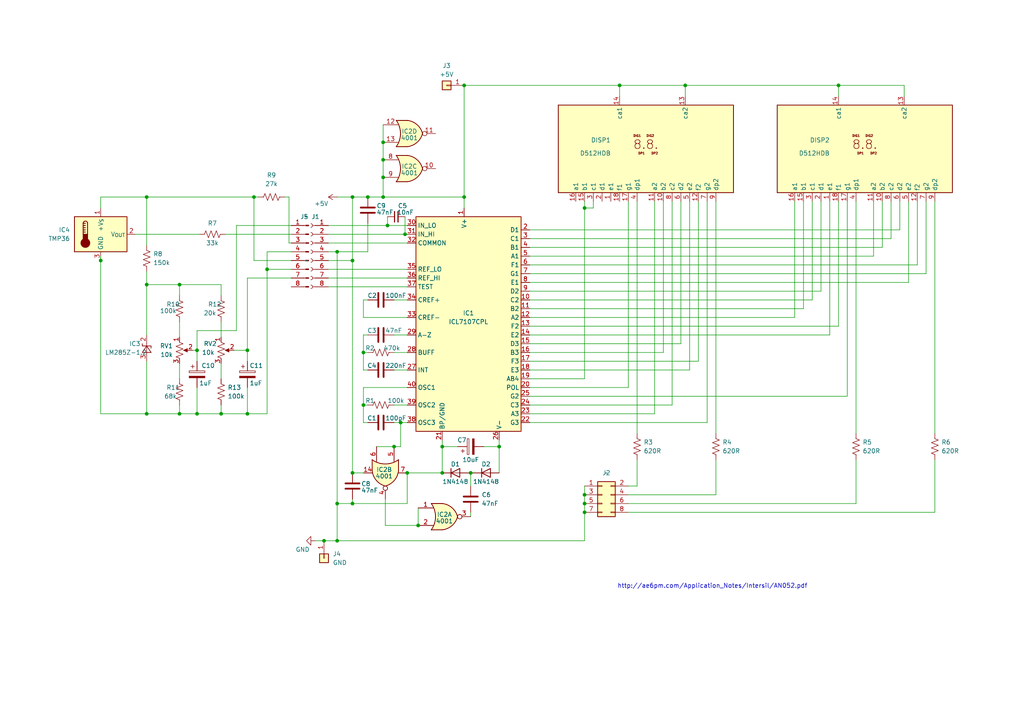
<source format=kicad_sch>
(kicad_sch (version 20230121) (generator eeschema)
  (paper "A4")
  (lib_symbols
    (symbol "4001_1" (pin_names (offset 1.016))
      (property "Reference" "IC2" (at 0 0.635 0))
      (property "Value" "4001" (at 0 -1.27 0))
      (symbol "4001_1_1_1"
        (pin input line (at -7.62 2.54 0) (length 4.318) (name "~") (number "1"))
        (pin input line (at -7.62 -2.54 0) (length 4.318) (name "~") (number "2"))
        (pin output inverted (at 7.62 0 180) (length 3.81) (name "~") (number "3"))
      )
      (symbol "4001_1_1_2"
        (pin input inverted (at -7.62 2.54 0) (length 3.81) (name "~") (number "1"))
        (pin input inverted (at -7.62 -2.54 0) (length 3.81) (name "~") (number "2"))
        (pin output line (at 7.62 0 180) (length 3.81) (name "~") (number "3"))
      )
      (symbol "4001_1_2_1"
        (pin power_in line (at 0 -6.35 90) (length 2.54) (name "") (number "14"))
        (pin output inverted (at 7.62 0 180) (length 3.81) (name "~") (number "4"))
        (pin input line (at -7.62 2.54 0) (length 4.318) (name "~") (number "5"))
        (pin input line (at -7.62 -2.54 0) (length 4.318) (name "~") (number "6"))
        (pin power_in line (at 0 6.35 270) (length 2.54) (name "") (number "7"))
      )
      (symbol "4001_1_2_2"
        (pin output line (at 7.62 0 180) (length 3.81) (name "~") (number "4"))
        (pin input inverted (at -7.62 2.54 0) (length 3.81) (name "~") (number "5"))
        (pin input inverted (at -7.62 -2.54 0) (length 3.81) (name "~") (number "6"))
      )
      (symbol "4001_1_3_1"
        (pin output inverted (at 7.62 0 180) (length 3.81) (name "~") (number "10"))
        (pin input line (at -7.62 2.54 0) (length 4.318) (name "~") (number "8"))
        (pin input line (at -7.62 -2.54 0) (length 4.318) (name "~") (number "9"))
      )
      (symbol "4001_1_3_2"
        (pin output line (at 7.62 0 180) (length 3.81) (name "~") (number "10"))
        (pin input inverted (at -7.62 2.54 0) (length 3.81) (name "~") (number "8"))
        (pin input inverted (at -7.62 -2.54 0) (length 3.81) (name "~") (number "9"))
      )
      (symbol "4001_1_4_1"
        (pin output inverted (at 7.62 0 180) (length 3.81) (name "~") (number "11"))
        (pin input line (at -7.62 2.54 0) (length 4.318) (name "~") (number "12"))
        (pin input line (at -7.62 -2.54 0) (length 4.318) (name "~") (number "13"))
      )
      (symbol "4001_1_4_2"
        (pin output line (at 7.62 0 180) (length 3.81) (name "~") (number "11"))
        (pin input inverted (at -7.62 2.54 0) (length 3.81) (name "~") (number "12"))
        (pin input inverted (at -7.62 -2.54 0) (length 3.81) (name "~") (number "13"))
      )
      (symbol "4001_1_5_0"
        (pin power_in line (at 0 12.7 270) (length 5.08) (name "VDD") (number "14"))
        (pin power_in line (at 0 -12.7 90) (length 5.08) (name "VSS") (number "7"))
      )
    )
    (symbol "4001_2" (pin_names (offset 1.016))
      (property "Reference" "U" (at 0 1.27 0))
      (property "Value" "4001" (at 0 -1.27 0))
      (symbol "4001_2_1_1"
        (pin input line (at -7.62 2.54 0) (length 4.318) (name "~") (number "1"))
        (pin input line (at -7.62 -2.54 0) (length 4.318) (name "~") (number "2"))
        (pin output inverted (at 7.62 0 180) (length 3.81) (name "~") (number "3"))
      )
      (symbol "4001_2_1_2"
        (pin input inverted (at -7.62 2.54 0) (length 3.81) (name "~") (number "1"))
        (pin input inverted (at -7.62 -2.54 0) (length 3.81) (name "~") (number "2"))
        (pin output line (at 7.62 0 180) (length 3.81) (name "~") (number "3"))
      )
      (symbol "4001_2_2_1"
        (pin output inverted (at 7.62 0 180) (length 3.81) (name "~") (number "4"))
        (pin input line (at -7.62 2.54 0) (length 4.318) (name "~") (number "5"))
        (pin input line (at -7.62 -2.54 0) (length 4.318) (name "~") (number "6"))
      )
      (symbol "4001_2_2_2"
        (pin output line (at 7.62 0 180) (length 3.81) (name "~") (number "4"))
        (pin input inverted (at -7.62 2.54 0) (length 3.81) (name "~") (number "5"))
        (pin input inverted (at -7.62 -2.54 0) (length 3.81) (name "~") (number "6"))
      )
      (symbol "4001_2_3_1"
        (pin output inverted (at 7.62 0 180) (length 3.81) (name "~") (number "10"))
        (pin input line (at -7.62 2.54 0) (length 4.318) (name "~") (number "8"))
        (pin input line (at -7.62 -2.54 0) (length 4.318) (name "~") (number "9"))
      )
      (symbol "4001_2_3_2"
        (pin output line (at 7.62 0 180) (length 3.81) (name "~") (number "10"))
        (pin input inverted (at -7.62 2.54 0) (length 3.81) (name "~") (number "8"))
        (pin input inverted (at -7.62 -2.54 0) (length 3.81) (name "~") (number "9"))
      )
      (symbol "4001_2_4_1"
        (pin output inverted (at 7.62 0 180) (length 3.81) (name "~") (number "11"))
        (pin input line (at -7.62 2.54 0) (length 4.318) (name "~") (number "12"))
        (pin input line (at -7.62 -2.54 0) (length 4.318) (name "~") (number "13"))
      )
      (symbol "4001_2_4_2"
        (pin output line (at 7.62 0 180) (length 3.81) (name "~") (number "11"))
        (pin input inverted (at -7.62 2.54 0) (length 3.81) (name "~") (number "12"))
        (pin input inverted (at -7.62 -2.54 0) (length 3.81) (name "~") (number "13"))
      )
      (symbol "4001_2_5_0"
        (pin power_in line (at 0 12.7 270) (length 5.08) (name "VDD") (number "14"))
        (pin power_in line (at 0 -12.7 90) (length 5.08) (name "VSS") (number "7"))
      )
    )
    (symbol "4xxx:4001" (pin_names (offset 1.016))
      (property "Reference" "IC2" (at 0 0.635 0))
      (property "Value" "4001" (at 0 -1.27 0))
      (symbol "4001_1_1"
        (pin input line (at -7.62 2.54 0) (length 4.318) (name "~") (number "1"))
        (pin input line (at -7.62 -2.54 0) (length 4.318) (name "~") (number "2"))
        (pin output inverted (at 7.62 0 180) (length 3.81) (name "~") (number "3"))
      )
      (symbol "4001_1_2"
        (pin input inverted (at -7.62 2.54 0) (length 3.81) (name "~") (number "1"))
        (pin input inverted (at -7.62 -2.54 0) (length 3.81) (name "~") (number "2"))
        (pin output line (at 7.62 0 180) (length 3.81) (name "~") (number "3"))
      )
      (symbol "4001_2_1"
        (pin power_in line (at 0 -6.35 90) (length 2.54) (name "") (number "14"))
        (pin output inverted (at 7.62 0 180) (length 3.81) (name "~") (number "4"))
        (pin input line (at -7.62 2.54 0) (length 4.318) (name "~") (number "5"))
        (pin input line (at -7.62 -2.54 0) (length 4.318) (name "~") (number "6"))
        (pin power_in line (at 0 6.35 270) (length 2.54) (name "") (number "7"))
      )
      (symbol "4001_2_2"
        (pin output line (at 7.62 0 180) (length 3.81) (name "~") (number "4"))
        (pin input inverted (at -7.62 2.54 0) (length 3.81) (name "~") (number "5"))
        (pin input inverted (at -7.62 -2.54 0) (length 3.81) (name "~") (number "6"))
      )
      (symbol "4001_3_1"
        (pin output inverted (at 7.62 0 180) (length 3.81) (name "~") (number "10"))
        (pin input line (at -7.62 2.54 0) (length 4.318) (name "~") (number "8"))
        (pin input line (at -7.62 -2.54 0) (length 4.318) (name "~") (number "9"))
      )
      (symbol "4001_3_2"
        (pin output line (at 7.62 0 180) (length 3.81) (name "~") (number "10"))
        (pin input inverted (at -7.62 2.54 0) (length 3.81) (name "~") (number "8"))
        (pin input inverted (at -7.62 -2.54 0) (length 3.81) (name "~") (number "9"))
      )
      (symbol "4001_4_1"
        (pin output inverted (at 7.62 0 180) (length 3.81) (name "~") (number "11"))
        (pin input line (at -7.62 2.54 0) (length 4.318) (name "~") (number "12"))
        (pin input line (at -7.62 -2.54 0) (length 4.318) (name "~") (number "13"))
      )
      (symbol "4001_4_2"
        (pin output line (at 7.62 0 180) (length 3.81) (name "~") (number "11"))
        (pin input inverted (at -7.62 2.54 0) (length 3.81) (name "~") (number "12"))
        (pin input inverted (at -7.62 -2.54 0) (length 3.81) (name "~") (number "13"))
      )
      (symbol "4001_5_0"
        (pin power_in line (at 0 12.7 270) (length 5.08) (name "VDD") (number "14"))
        (pin power_in line (at 0 -12.7 90) (length 5.08) (name "VSS") (number "7"))
      )
    )
    (symbol "Analog_ADC:ICL7107CPL"
      (property "Reference" "IC1" (at -2.54 3.81 0))
      (property "Value" "ICL7107CPL" (at -2.54 1.27 0))
      (symbol "ICL7107CPL_1_1"
        (pin power_in line (at -1.27 34.29 270) (length 2.54) (name "V+") (number "1"))
        (pin output line (at -20.32 7.62 0) (length 2.54) (name "C2") (number "10"))
        (pin output line (at -20.32 5.08 0) (length 2.54) (name "B2") (number "11"))
        (pin output line (at -20.32 2.54 0) (length 2.54) (name "A2") (number "12"))
        (pin output line (at -20.32 0 0) (length 2.54) (name "F2") (number "13"))
        (pin output line (at -20.32 -2.54 0) (length 2.54) (name "E2") (number "14"))
        (pin output line (at -20.32 -5.08 0) (length 2.54) (name "D3") (number "15"))
        (pin output line (at -20.32 -7.62 0) (length 2.54) (name "B3") (number "16"))
        (pin output line (at -20.32 -10.16 0) (length 2.54) (name "F3") (number "17"))
        (pin output line (at -20.32 -12.7 0) (length 2.54) (name "E3") (number "18"))
        (pin output line (at -20.32 -15.24 0) (length 2.54) (name "AB4") (number "19"))
        (pin output line (at -20.32 27.94 0) (length 2.54) (name "D1") (number "2"))
        (pin output line (at -20.32 -17.78 0) (length 2.54) (name "POL") (number "20"))
        (pin bidirectional line (at 5.08 -33.02 90) (length 2.54) (name "BP/GND") (number "21"))
        (pin output line (at -20.32 -27.94 0) (length 2.54) (name "G3") (number "22"))
        (pin output line (at -20.32 -25.4 0) (length 2.54) (name "A3") (number "23"))
        (pin output line (at -20.32 -22.86 0) (length 2.54) (name "C3") (number "24"))
        (pin output line (at -20.32 -20.32 0) (length 2.54) (name "G2") (number "25"))
        (pin power_in line (at -11.43 -33.02 90) (length 2.54) (name "V-") (number "26"))
        (pin passive line (at 15.24 -12.7 180) (length 2.54) (name "INT") (number "27"))
        (pin output line (at 15.24 -7.62 180) (length 2.54) (name "BUFF") (number "28"))
        (pin passive line (at 15.24 -2.54 180) (length 2.54) (name "A-Z") (number "29"))
        (pin output line (at -20.32 25.4 0) (length 2.54) (name "C1") (number "3"))
        (pin input line (at 15.24 29.21 180) (length 2.54) (name "IN_LO") (number "30"))
        (pin input line (at 15.24 26.67 180) (length 2.54) (name "IN_HI") (number "31"))
        (pin output line (at 15.24 24.13 180) (length 2.54) (name "COMMON") (number "32"))
        (pin passive line (at 15.24 2.54 180) (length 2.54) (name "CREF-") (number "33"))
        (pin passive line (at 15.24 7.62 180) (length 2.54) (name "CREF+") (number "34"))
        (pin passive line (at 15.24 16.51 180) (length 2.54) (name "REF_LO") (number "35"))
        (pin passive line (at 15.24 13.97 180) (length 2.54) (name "REF_HI") (number "36"))
        (pin passive line (at 15.24 11.43 180) (length 2.54) (name "TEST") (number "37"))
        (pin passive line (at 15.24 -27.94 180) (length 2.54) (name "OSC3") (number "38"))
        (pin passive line (at 15.24 -22.86 180) (length 2.54) (name "OSC2") (number "39"))
        (pin output line (at -20.32 22.86 0) (length 2.54) (name "B1") (number "4"))
        (pin passive line (at 15.24 -17.78 180) (length 2.54) (name "OSC1") (number "40"))
        (pin output line (at -20.32 20.32 0) (length 2.54) (name "A1") (number "5"))
        (pin output line (at -20.32 17.78 0) (length 2.54) (name "F1") (number "6"))
        (pin output line (at -20.32 15.24 0) (length 2.54) (name "G1") (number "7"))
        (pin output line (at -20.32 12.7 0) (length 2.54) (name "E1") (number "8"))
        (pin output line (at -20.32 10.16 0) (length 2.54) (name "D2") (number "9"))
      )
    )
    (symbol "Connector:Conn_01x08_Pin" (pin_names (offset 1.016) hide)
      (property "Reference" "J" (at 0 10.16 0))
      (property "Value" "Conn_01x08_Pin" (at 0 -12.7 0))
      (symbol "Conn_01x08_Pin_1_1"
        (pin passive line (at 5.08 7.62 180) (length 3.81) (name "Pin_1") (number "1"))
        (pin passive line (at 5.08 5.08 180) (length 3.81) (name "Pin_2") (number "2"))
        (pin passive line (at 5.08 2.54 180) (length 3.81) (name "Pin_3") (number "3"))
        (pin passive line (at 5.08 0 180) (length 3.81) (name "Pin_4") (number "4"))
        (pin passive line (at 5.08 -2.54 180) (length 3.81) (name "Pin_5") (number "5"))
        (pin passive line (at 5.08 -5.08 180) (length 3.81) (name "Pin_6") (number "6"))
        (pin passive line (at 5.08 -7.62 180) (length 3.81) (name "Pin_7") (number "7"))
        (pin passive line (at 5.08 -10.16 180) (length 3.81) (name "Pin_8") (number "8"))
      )
    )
    (symbol "Connector:Conn_01x08_Socket" (pin_names (offset 1.016) hide)
      (property "Reference" "J" (at 0 10.16 0))
      (property "Value" "Conn_01x08_Socket" (at 0 -12.7 0))
      (symbol "Conn_01x08_Socket_1_1"
        (pin passive line (at -5.08 7.62 0) (length 3.81) (name "Pin_1") (number "1"))
        (pin passive line (at -5.08 5.08 0) (length 3.81) (name "Pin_2") (number "2"))
        (pin passive line (at -5.08 2.54 0) (length 3.81) (name "Pin_3") (number "3"))
        (pin passive line (at -5.08 0 0) (length 3.81) (name "Pin_4") (number "4"))
        (pin passive line (at -5.08 -2.54 0) (length 3.81) (name "Pin_5") (number "5"))
        (pin passive line (at -5.08 -5.08 0) (length 3.81) (name "Pin_6") (number "6"))
        (pin passive line (at -5.08 -7.62 0) (length 3.81) (name "Pin_7") (number "7"))
        (pin passive line (at -5.08 -10.16 0) (length 3.81) (name "Pin_8") (number "8"))
      )
    )
    (symbol "Connector_Generic:Conn_01x01" (pin_names (offset 1.016) hide)
      (property "Reference" "J" (at 0 2.54 0))
      (property "Value" "Conn_01x01" (at 0 -2.54 0))
      (symbol "Conn_01x01_1_1"
        (pin passive line (at -5.08 0 0) (length 3.81) (name "Pin_1") (number "1"))
      )
    )
    (symbol "Connector_Generic:Conn_02x04_Odd_Even" (pin_names (offset 1.016) hide)
      (property "Reference" "J" (at 1.27 5.08 0))
      (property "Value" "Conn_02x04_Odd_Even" (at 1.27 -7.62 0))
      (symbol "Conn_02x04_Odd_Even_1_1"
        (pin passive line (at -5.08 2.54 0) (length 3.81) (name "Pin_1") (number "1"))
        (pin passive line (at 7.62 2.54 180) (length 3.81) (name "Pin_2") (number "2"))
        (pin passive line (at -5.08 0 0) (length 3.81) (name "Pin_3") (number "3"))
        (pin passive line (at 7.62 0 180) (length 3.81) (name "Pin_4") (number "4"))
        (pin passive line (at -5.08 -2.54 0) (length 3.81) (name "Pin_5") (number "5"))
        (pin passive line (at 7.62 -2.54 180) (length 3.81) (name "Pin_6") (number "6"))
        (pin passive line (at -5.08 -5.08 0) (length 3.81) (name "Pin_7") (number "7"))
        (pin passive line (at 7.62 -5.08 180) (length 3.81) (name "Pin_8") (number "8"))
      )
    )
    (symbol "Device:C" (pin_numbers hide) (pin_names (offset 0.254))
      (property "Reference" "C" (at 0.635 2.54 0))
      (property "Value" "C" (at 0.635 -2.54 0))
      (symbol "C_1_1"
        (pin passive line (at 0 3.81 270) (length 2.794) (name "~") (number "1"))
        (pin passive line (at 0 -3.81 90) (length 2.794) (name "~") (number "2"))
      )
    )
    (symbol "Device:C_Polarized" (pin_numbers hide) (pin_names (offset 0.254))
      (property "Reference" "C" (at 0.635 2.54 0))
      (property "Value" "C_Polarized" (at 0.635 -2.54 0))
      (symbol "C_Polarized_1_1"
        (pin passive line (at 0 3.81 270) (length 2.794) (name "~") (number "1"))
        (pin passive line (at 0 -3.81 90) (length 2.794) (name "~") (number "2"))
      )
    )
    (symbol "Device:C_Small" (pin_numbers hide) (pin_names (offset 0.254) hide)
      (property "Reference" "C" (at 0.254 1.778 0))
      (property "Value" "C_Small" (at 0.254 -2.032 0))
      (symbol "C_Small_1_1"
        (pin passive line (at 0 2.54 270) (length 2.032) (name "~") (number "1"))
        (pin passive line (at 0 -2.54 90) (length 2.032) (name "~") (number "2"))
      )
    )
    (symbol "Device:D" (pin_numbers hide) (pin_names (offset 1.016) hide)
      (property "Reference" "D" (at 0 2.54 0))
      (property "Value" "D" (at 0 -2.54 0))
      (symbol "D_1_1"
        (pin passive line (at -3.81 0 0) (length 2.54) (name "K") (number "1"))
        (pin passive line (at 3.81 0 180) (length 2.54) (name "A") (number "2"))
      )
    )
    (symbol "Device:R_Potentiometer_US" (pin_names (offset 1.016) hide)
      (property "Reference" "RV" (at -4.445 0 90))
      (property "Value" "R_Potentiometer_US" (at -2.54 0 90))
      (symbol "R_Potentiometer_US_1_1"
        (pin passive line (at 0 3.81 270) (length 1.27) (name "1") (number "1"))
        (pin passive line (at 3.81 0 180) (length 1.27) (name "2") (number "2"))
        (pin passive line (at 0 -3.81 90) (length 1.27) (name "3") (number "3"))
      )
    )
    (symbol "Device:R_US" (pin_numbers hide) (pin_names (offset 0))
      (property "Reference" "R" (at 2.54 0 90))
      (property "Value" "R_US" (at -2.54 0 90))
      (symbol "R_US_1_1"
        (pin passive line (at 0 3.81 270) (length 1.27) (name "~") (number "1"))
        (pin passive line (at 0 -3.81 90) (length 1.27) (name "~") (number "2"))
      )
    )
    (symbol "Display_Character:DA56-11EWA"
      (property "Reference" "U1" (at 1.27 -13.97 90))
      (property "Value" "DA56-11EWA" (at -2.54 -13.97 90))
      (symbol "DA56-11EWA_0_0"
        (text "8.8." (at 0 1.27 0) (effects (font (size 2.54 2.54))))
        (text "DIG1" (at -2.54 3.81 0) (effects (font (size 0.635 0.635))))
        (text "DIG2" (at 1.27 3.81 0) (effects (font (size 0.635 0.635))))
        (text "DP1" (at -1.27 -1.27 0) (effects (font (size 0.635 0.635))))
        (text "DP2" (at 2.54 -1.27 0) (effects (font (size 0.635 0.635))))
      )
      (symbol "DA56-11EWA_1_1"
        (pin input line (at -10.16 -15.24 90) (length 2.54) (name "e1") (number "1"))
        (pin input line (at 5.08 -15.24 90) (length 2.54) (name "b2") (number "10"))
        (pin input line (at 2.54 -15.24 90) (length 2.54) (name "a2") (number "11"))
        (pin input line (at 15.24 -15.24 90) (length 2.54) (name "f2") (number "12"))
        (pin input line (at 11.43 15.24 270) (length 2.54) (name "ca2") (number "13"))
        (pin input line (at -7.62 15.24 270) (length 2.54) (name "ca1") (number "14"))
        (pin input line (at -17.78 -15.24 90) (length 2.54) (name "b1") (number "15"))
        (pin input line (at -20.32 -15.24 90) (length 2.54) (name "a1") (number "16"))
        (pin input line (at -5.08 -15.24 90) (length 2.54) (name "g1") (number "17"))
        (pin input line (at -7.62 -15.24 90) (length 2.54) (name "f1") (number "18"))
        (pin input line (at -12.7 -15.24 90) (length 2.54) (name "d1") (number "2"))
        (pin input line (at -15.24 -15.24 90) (length 2.54) (name "c1") (number "3"))
        (pin input line (at -2.54 -15.24 90) (length 2.54) (name "dp1") (number "4"))
        (pin input line (at 12.7 -15.24 90) (length 2.54) (name "e2") (number "5"))
        (pin input line (at 10.16 -15.24 90) (length 2.54) (name "d2") (number "6"))
        (pin input line (at 17.78 -15.24 90) (length 2.54) (name "g2") (number "7"))
        (pin input line (at 7.62 -15.24 90) (length 2.54) (name "c2") (number "8"))
        (pin input line (at 20.32 -15.24 90) (length 2.54) (name "dp2") (number "9"))
      )
    )
    (symbol "Reference_Voltage:LM285Z-1.2" (pin_names (offset 0.0254) hide)
      (property "Reference" "U" (at 0 2.54 0))
      (property "Value" "LM285Z-1.2" (at 0 -3.175 0))
      (symbol "LM285Z-1.2_1_1"
        (pin passive line (at 3.81 0 180) (length 2.54) (name "K") (number "2"))
        (pin passive line (at -3.81 0 0) (length 2.54) (name "A") (number "3"))
      )
    )
    (symbol "Sensor_Temperature:LM35-LP"
      (property "Reference" "U" (at -6.35 6.35 0))
      (property "Value" "LM35-LP" (at 1.27 6.35 0))
      (symbol "LM35-LP_1_1"
        (pin power_in line (at 0 7.62 270) (length 2.54) (name "+V_{S}") (number "1"))
        (pin output line (at 10.16 0 180) (length 2.54) (name "V_{OUT}") (number "2"))
        (pin power_in line (at 0 -7.62 90) (length 2.54) (name "GND") (number "3"))
      )
    )
    (symbol "power:+5V" (power) (pin_names (offset 0))
      (property "Value" "+5V" (at 0 3.556 0))
      (symbol "+5V_1_1"
        (pin power_in line (at 0 0 90) (length 0) hide (name "+5V") (number "1"))
      )
    )
    (symbol "power:GND" (power) (pin_names (offset 0))
      (property "Value" "GND" (at 0 -3.81 0))
      (symbol "GND_1_1"
        (pin power_in line (at 0 0 270) (length 0) hide (name "GND") (number "1"))
      )
    )
  )
  (junction (at 179.705 24.765))
  (junction (at 114.3 129.54))
  (junction (at 105.41 117.475))
  (junction (at 118.11 137.16))
  (junction (at 97.79 146.05))
  (junction (at 102.235 146.05))
  (junction (at 136.525 137.16))
  (junction (at 134.62 57.15))
  (junction (at 106.68 57.15))
  (junction (at 52.07 120.015))
  (junction (at 134.62 24.765))
  (junction (at 42.545 120.015))
  (junction (at 93.98 156.845))
  (junction (at 102.235 75.565))
  (junction (at 71.755 120.015))
  (junction (at 198.755 24.765))
  (junction (at 29.21 75.565))
  (junction (at 128.27 137.16))
  (junction (at 111.125 57.15))
  (junction (at 169.545 146.05))
  (junction (at 71.755 101.6))
  (junction (at 73.66 57.15))
  (junction (at 111.125 46.355))
  (junction (at 243.205 24.765))
  (junction (at 169.545 60.325))
  (junction (at 111.125 51.435))
  (junction (at 102.235 57.15))
  (junction (at 52.07 82.55))
  (junction (at 121.285 152.4))
  (junction (at 42.545 57.15))
  (junction (at 77.47 78.105))
  (junction (at 117.475 67.945))
  (junction (at 57.15 101.6))
  (junction (at 116.205 122.555))
  (junction (at 105.41 102.235))
  (junction (at 64.135 120.015))
  (junction (at 112.395 65.405))
  (junction (at 97.79 156.845))
  (junction (at 111.125 41.275))
  (junction (at 42.545 82.55))
  (junction (at 97.79 73.025))
  (junction (at 57.15 120.015))
  (junction (at 102.235 137.16))
  (junction (at 144.78 129.54))
  (junction (at 169.545 143.51))
  (junction (at 128.27 129.54))
  (junction (at 169.545 148.59))
  (wire (pts (xy 84.455 75.565) (xy 73.66 75.565)))
  (wire (pts (xy 111.76 152.4) (xy 121.285 152.4)))
  (wire (pts (xy 153.67 94.615) (xy 243.205 94.615)))
  (wire (pts (xy 105.41 122.555) (xy 106.68 122.555)))
  (wire (pts (xy 263.525 58.42) (xy 263.525 81.915)))
  (wire (pts (xy 42.545 104.775) (xy 42.545 120.015)))
  (wire (pts (xy 42.545 57.15) (xy 73.66 57.15)))
  (wire (pts (xy 184.785 58.42) (xy 184.785 125.73)))
  (wire (pts (xy 169.545 148.59) (xy 169.545 156.845)))
  (wire (pts (xy 240.665 97.155) (xy 240.665 58.42)))
  (wire (pts (xy 179.705 24.765) (xy 198.755 24.765)))
  (wire (pts (xy 102.235 144.78) (xy 102.235 146.05)))
  (wire (pts (xy 67.945 101.6) (xy 71.755 101.6)))
  (wire (pts (xy 102.235 146.05) (xy 118.11 146.05)))
  (wire (pts (xy 52.07 120.015) (xy 57.15 120.015)))
  (wire (pts (xy 84.455 70.485) (xy 83.82 70.485)))
  (wire (pts (xy 105.41 122.555) (xy 105.41 117.475)))
  (wire (pts (xy 153.67 97.155) (xy 240.665 97.155)))
  (wire (pts (xy 114.3 102.235) (xy 118.11 102.235)))
  (wire (pts (xy 243.205 94.615) (xy 243.205 58.42)))
  (wire (pts (xy 134.62 24.765) (xy 134.62 57.15)))
  (wire (pts (xy 102.235 57.15) (xy 106.68 57.15)))
  (wire (pts (xy 105.41 117.475) (xy 105.41 112.395)))
  (wire (pts (xy 153.67 92.075) (xy 230.505 92.075)))
  (wire (pts (xy 182.245 140.97) (xy 184.785 140.97)))
  (wire (pts (xy 117.475 67.945) (xy 118.11 67.945)))
  (wire (pts (xy 64.135 105.41) (xy 64.135 109.855)))
  (wire (pts (xy 97.79 73.025) (xy 97.79 146.05)))
  (wire (pts (xy 65.405 67.945) (xy 84.455 67.945)))
  (wire (pts (xy 106.68 57.15) (xy 111.125 57.15)))
  (wire (pts (xy 153.67 109.855) (xy 169.545 109.855)))
  (wire (pts (xy 97.79 156.845) (xy 97.79 146.05)))
  (wire (pts (xy 271.145 58.42) (xy 271.145 125.73)))
  (wire (pts (xy 71.755 112.395) (xy 71.755 120.015)))
  (wire (pts (xy 77.47 73.025) (xy 77.47 78.105)))
  (wire (pts (xy 102.235 75.565) (xy 102.235 57.15)))
  (wire (pts (xy 200.025 107.315) (xy 200.025 58.42)))
  (wire (pts (xy 121.285 152.4) (xy 121.285 147.32)))
  (wire (pts (xy 68.58 65.405) (xy 84.455 65.405)))
  (wire (pts (xy 105.41 97.155) (xy 106.68 97.155)))
  (wire (pts (xy 29.21 74.295) (xy 29.21 75.565)))
  (wire (pts (xy 95.25 80.645) (xy 118.11 80.645)))
  (wire (pts (xy 105.41 107.315) (xy 105.41 102.235)))
  (wire (pts (xy 95.25 67.945) (xy 117.475 67.945)))
  (wire (pts (xy 248.285 146.05) (xy 248.285 133.35)))
  (wire (pts (xy 205.105 122.555) (xy 205.105 58.42)))
  (wire (pts (xy 57.15 112.395) (xy 57.15 120.015)))
  (wire (pts (xy 105.41 117.475) (xy 106.68 117.475)))
  (wire (pts (xy 111.125 51.435) (xy 111.125 57.15)))
  (wire (pts (xy 73.66 75.565) (xy 73.66 57.15)))
  (wire (pts (xy 128.27 137.16) (xy 128.27 129.54)))
  (wire (pts (xy 105.41 137.16) (xy 102.235 137.16)))
  (wire (pts (xy 262.255 24.765) (xy 262.255 27.94)))
  (wire (pts (xy 109.22 129.54) (xy 114.3 129.54)))
  (wire (pts (xy 83.82 57.15) (xy 82.55 57.15)))
  (wire (pts (xy 260.985 66.675) (xy 260.985 58.42)))
  (wire (pts (xy 29.21 57.15) (xy 29.21 60.325)))
  (wire (pts (xy 235.585 86.995) (xy 235.585 58.42)))
  (wire (pts (xy 105.41 102.235) (xy 106.68 102.235)))
  (wire (pts (xy 184.785 133.35) (xy 184.785 140.97)))
  (wire (pts (xy 140.335 129.54) (xy 144.78 129.54)))
  (wire (pts (xy 106.68 73.025) (xy 97.79 73.025)))
  (wire (pts (xy 71.755 120.015) (xy 77.47 120.015)))
  (wire (pts (xy 112.395 65.405) (xy 118.11 65.405)))
  (wire (pts (xy 111.125 57.15) (xy 134.62 57.15)))
  (wire (pts (xy 243.205 24.765) (xy 262.255 24.765)))
  (wire (pts (xy 245.745 114.935) (xy 245.745 58.42)))
  (wire (pts (xy 95.25 75.565) (xy 102.235 75.565)))
  (wire (pts (xy 114.3 107.315) (xy 118.11 107.315)))
  (wire (pts (xy 29.21 75.565) (xy 29.21 120.015)))
  (wire (pts (xy 268.605 79.375) (xy 268.605 58.42)))
  (wire (pts (xy 77.47 73.025) (xy 84.455 73.025)))
  (wire (pts (xy 29.21 57.15) (xy 42.545 57.15)))
  (wire (pts (xy 230.505 92.075) (xy 230.505 58.42)))
  (wire (pts (xy 118.11 92.075) (xy 105.41 92.075)))
  (wire (pts (xy 182.245 146.05) (xy 248.285 146.05)))
  (wire (pts (xy 248.285 58.42) (xy 248.285 125.73)))
  (wire (pts (xy 169.545 146.05) (xy 169.545 148.59)))
  (wire (pts (xy 95.25 65.405) (xy 112.395 65.405)))
  (wire (pts (xy 106.68 107.315) (xy 105.41 107.315)))
  (wire (pts (xy 153.67 104.775) (xy 202.565 104.775)))
  (wire (pts (xy 52.07 105.41) (xy 52.07 109.855)))
  (wire (pts (xy 105.41 112.395) (xy 118.11 112.395)))
  (wire (pts (xy 153.67 66.675) (xy 260.985 66.675)))
  (wire (pts (xy 202.565 104.775) (xy 202.565 58.42)))
  (wire (pts (xy 134.62 24.765) (xy 179.705 24.765)))
  (wire (pts (xy 153.67 76.835) (xy 266.065 76.835)))
  (wire (pts (xy 169.545 60.325) (xy 169.545 58.42)))
  (wire (pts (xy 136.525 137.16) (xy 137.16 137.16)))
  (wire (pts (xy 144.78 127.635) (xy 144.78 129.54)))
  (wire (pts (xy 255.905 58.42) (xy 255.905 71.755)))
  (wire (pts (xy 144.78 129.54) (xy 144.78 137.16)))
  (wire (pts (xy 118.11 146.05) (xy 118.11 137.16)))
  (wire (pts (xy 253.365 74.295) (xy 253.365 58.42)))
  (wire (pts (xy 105.41 86.995) (xy 106.68 86.995)))
  (wire (pts (xy 105.41 102.235) (xy 105.41 97.155)))
  (wire (pts (xy 71.755 101.6) (xy 71.755 104.775)))
  (wire (pts (xy 172.085 60.325) (xy 169.545 60.325)))
  (wire (pts (xy 169.545 109.855) (xy 169.545 60.325)))
  (wire (pts (xy 238.125 58.42) (xy 238.125 84.455)))
  (wire (pts (xy 153.67 122.555) (xy 205.105 122.555)))
  (wire (pts (xy 258.445 69.215) (xy 258.445 58.42)))
  (wire (pts (xy 95.25 83.185) (xy 118.11 83.185)))
  (wire (pts (xy 93.98 156.845) (xy 97.79 156.845)))
  (wire (pts (xy 194.945 117.475) (xy 194.945 58.42)))
  (wire (pts (xy 64.135 120.015) (xy 71.755 120.015)))
  (wire (pts (xy 134.62 57.15) (xy 134.62 60.325)))
  (wire (pts (xy 153.67 71.755) (xy 255.905 71.755)))
  (wire (pts (xy 135.89 137.16) (xy 136.525 137.16)))
  (wire (pts (xy 153.67 120.015) (xy 189.865 120.015)))
  (wire (pts (xy 114.3 122.555) (xy 116.205 122.555)))
  (wire (pts (xy 114.3 117.475) (xy 118.11 117.475)))
  (wire (pts (xy 42.545 120.015) (xy 52.07 120.015)))
  (wire (pts (xy 71.755 80.645) (xy 71.755 101.6)))
  (wire (pts (xy 153.67 99.695) (xy 197.485 99.695)))
  (wire (pts (xy 153.67 79.375) (xy 268.605 79.375)))
  (wire (pts (xy 111.125 41.275) (xy 111.125 46.355)))
  (wire (pts (xy 64.135 93.345) (xy 64.135 97.79)))
  (wire (pts (xy 95.25 78.105) (xy 118.11 78.105)))
  (wire (pts (xy 52.07 82.55) (xy 64.135 82.55)))
  (wire (pts (xy 189.865 120.015) (xy 189.865 58.42)))
  (wire (pts (xy 97.79 156.845) (xy 169.545 156.845)))
  (wire (pts (xy 172.085 58.42) (xy 172.085 60.325)))
  (wire (pts (xy 207.645 58.42) (xy 207.645 125.73)))
  (wire (pts (xy 153.67 84.455) (xy 238.125 84.455)))
  (wire (pts (xy 153.67 112.395) (xy 182.245 112.395)))
  (wire (pts (xy 153.67 81.915) (xy 263.525 81.915)))
  (wire (pts (xy 114.3 86.995) (xy 118.11 86.995)))
  (wire (pts (xy 153.67 86.995) (xy 235.585 86.995)))
  (wire (pts (xy 136.525 137.16) (xy 136.525 140.97)))
  (wire (pts (xy 77.47 78.105) (xy 84.455 78.105)))
  (wire (pts (xy 83.82 70.485) (xy 83.82 57.15)))
  (wire (pts (xy 192.405 102.235) (xy 192.405 58.42)))
  (wire (pts (xy 243.205 24.765) (xy 243.205 27.94)))
  (wire (pts (xy 57.15 120.015) (xy 64.135 120.015)))
  (wire (pts (xy 52.07 117.475) (xy 52.07 120.015)))
  (wire (pts (xy 42.545 78.74) (xy 42.545 82.55)))
  (wire (pts (xy 91.44 156.845) (xy 93.98 156.845)))
  (wire (pts (xy 114.3 129.54) (xy 116.205 129.54)))
  (wire (pts (xy 64.135 117.475) (xy 64.135 120.015)))
  (wire (pts (xy 179.705 24.765) (xy 179.705 27.94)))
  (wire (pts (xy 169.545 143.51) (xy 169.545 146.05)))
  (wire (pts (xy 153.67 69.215) (xy 258.445 69.215)))
  (wire (pts (xy 153.67 107.315) (xy 200.025 107.315)))
  (wire (pts (xy 153.67 114.935) (xy 245.745 114.935)))
  (wire (pts (xy 55.88 101.6) (xy 57.15 101.6)))
  (wire (pts (xy 74.93 57.15) (xy 73.66 57.15)))
  (wire (pts (xy 97.79 146.05) (xy 102.235 146.05)))
  (wire (pts (xy 266.065 76.835) (xy 266.065 58.42)))
  (wire (pts (xy 128.27 127.635) (xy 128.27 129.54)))
  (wire (pts (xy 153.67 89.535) (xy 233.045 89.535)))
  (wire (pts (xy 117.475 62.865) (xy 117.475 67.945)))
  (wire (pts (xy 136.525 149.86) (xy 136.525 148.59)))
  (wire (pts (xy 52.07 82.55) (xy 52.07 85.725)))
  (wire (pts (xy 207.645 143.51) (xy 207.645 133.35)))
  (wire (pts (xy 111.76 144.78) (xy 111.76 152.4)))
  (wire (pts (xy 42.545 57.15) (xy 42.545 71.12)))
  (wire (pts (xy 77.47 78.105) (xy 77.47 120.015)))
  (wire (pts (xy 182.245 112.395) (xy 182.245 58.42)))
  (wire (pts (xy 153.67 74.295) (xy 253.365 74.295)))
  (wire (pts (xy 95.25 70.485) (xy 118.11 70.485)))
  (wire (pts (xy 39.37 67.945) (xy 57.785 67.945)))
  (wire (pts (xy 116.205 129.54) (xy 116.205 122.555)))
  (wire (pts (xy 114.3 97.155) (xy 118.11 97.155)))
  (wire (pts (xy 68.58 65.405) (xy 68.58 95.885)))
  (wire (pts (xy 97.79 57.15) (xy 102.235 57.15)))
  (wire (pts (xy 169.545 140.97) (xy 169.545 143.51)))
  (wire (pts (xy 116.205 122.555) (xy 118.11 122.555)))
  (wire (pts (xy 111.125 46.355) (xy 111.125 51.435)))
  (wire (pts (xy 182.245 143.51) (xy 207.645 143.51)))
  (wire (pts (xy 233.045 89.535) (xy 233.045 58.42)))
  (wire (pts (xy 102.235 137.16) (xy 102.235 75.565)))
  (wire (pts (xy 153.67 117.475) (xy 194.945 117.475)))
  (wire (pts (xy 29.21 120.015) (xy 42.545 120.015)))
  (wire (pts (xy 84.455 80.645) (xy 71.755 80.645)))
  (wire (pts (xy 57.15 101.6) (xy 57.15 104.775)))
  (wire (pts (xy 271.145 148.59) (xy 271.145 133.35)))
  (wire (pts (xy 182.245 148.59) (xy 271.145 148.59)))
  (wire (pts (xy 105.41 92.075) (xy 105.41 86.995)))
  (wire (pts (xy 57.15 95.885) (xy 68.58 95.885)))
  (wire (pts (xy 42.545 82.55) (xy 52.07 82.55)))
  (wire (pts (xy 106.68 64.77) (xy 106.68 73.025)))
  (wire (pts (xy 95.25 73.025) (xy 97.79 73.025)))
  (wire (pts (xy 118.11 137.16) (xy 128.27 137.16)))
  (wire (pts (xy 128.27 129.54) (xy 132.715 129.54)))
  (wire (pts (xy 198.755 24.765) (xy 243.205 24.765)))
  (wire (pts (xy 198.755 24.765) (xy 198.755 27.94)))
  (wire (pts (xy 64.135 85.725) (xy 64.135 82.55)))
  (wire (pts (xy 52.07 93.345) (xy 52.07 97.79)))
  (wire (pts (xy 57.15 95.885) (xy 57.15 101.6)))
  (wire (pts (xy 197.485 99.695) (xy 197.485 58.42)))
  (wire (pts (xy 111.125 36.195) (xy 111.125 41.275)))
  (wire (pts (xy 42.545 82.55) (xy 42.545 97.155)))
  (wire (pts (xy 112.395 62.865) (xy 112.395 65.405)))
  (wire (pts (xy 153.67 102.235) (xy 192.405 102.235)))
  (text "http://ae6pm.com/Application_Notes/Intersil/AN052.pdf" (at 179.07 170.815 0) (effects (font (size 1.27 1.27)) (justify left bottom)))
  (symbol (lib_id "Device:R_US") (at 248.285 129.54 0) (unit 1)
    (property "Reference" "R5" (at 250.19 128.27 0) (effects (justify left)))
    (property "Value" "620R" (at 250.19 130.81 0) (effects (justify left)))
    (property "Footprint" "Resistor_THT:R_Axial_DIN0204_L3.6mm_D1.6mm_P7.62mm_Horizontal" (effects hide))
  )
  (symbol (lib_id "Display_Character:DA56-11EWA") (at 187.325 43.18 0) (unit 1)
    (property "Reference" "DISP1" (at 177.165 40.64 0) (effects (justify right)))
    (property "Value" "D512HDB" (at 177.165 44.45 0) (effects (justify right)))
    (property "Footprint" "Display_7Segment:DA56-11SURKWA" (effects hide))
    (property "Datasheet" "http://www.kingbrightusa.com/images/catalog/SPEC/DA56-11EWA.pdf" (effects hide))
  )
  (symbol (lib_id "Device:C") (at 110.49 97.155 90) (unit 1)
    (property "Reference" "C3" (at 109.22 95.885 90) (effects (justify left)))
    (property "Value" "47nF" (at 111.76 95.885 90) (effects (justify right)))
    (property "Footprint" "Capacitor_THT:C_Disc_D4.3mm_W1.9mm_P5.00mm" (effects hide))
  )
  (symbol (lib_id "Connector_Generic:Conn_02x04_Odd_Even") (at 174.625 143.51 0) (unit 1)
    (property "Reference" "J2" (at 175.895 137.16 0))
    (property "Value" "~" (at 175.895 137.16 0))
    (property "Footprint" "Connector_PinHeader_2.54mm:PinHeader_2x04_P2.54mm_Vertical" (effects hide))
  )
  (symbol (lib_id "Device:D") (at 132.08 137.16 0) (unit 1)
    (property "Reference" "D1" (at 132.08 134.62 0))
    (property "Value" "1N4148" (at 132.08 139.7 0))
    (property "Footprint" "Diode_THT:D_DO-34_SOD68_P7.62mm_Horizontal" (effects hide))
    (property "Sim.Device" "D" (effects hide))
    (property "Sim.Pins" "1=K 2=A" (effects hide))
  )
  (symbol (lib_id "Connector:Conn_01x08_Pin") (at 89.535 73.025 0) (mirror y) (unit 1)
    (property "Reference" "J5" (at 88.265 62.865 0))
    (property "Value" "~" (at 88.9 62.865 0))
    (property "Footprint" "Connector_PinHeader_2.54mm:PinHeader_1x08_P2.54mm_Vertical" (effects hide))
  )
  (symbol (lib_id "Device:R_US") (at 52.07 89.535 0) (unit 1)
    (property "Reference" "R10" (at 48.26 88.265 0) (effects (justify left)))
    (property "Value" "100k" (at 46.355 90.17 0) (effects (justify left)))
    (property "Footprint" "Resistor_THT:R_Axial_DIN0204_L3.6mm_D1.6mm_P7.62mm_Horizontal" (effects hide))
  )
  (symbol (lib_id "Device:R_US") (at 61.595 67.945 90) (unit 1)
    (property "Reference" "R7" (at 61.595 64.77 90))
    (property "Value" "33k" (at 61.595 70.485 90))
    (property "Footprint" "Resistor_THT:R_Axial_DIN0204_L3.6mm_D1.6mm_P7.62mm_Horizontal" (effects hide))
  )
  (symbol (lib_id "Device:R_Potentiometer_US") (at 64.135 101.6 0) (unit 1)
    (property "Reference" "RV2" (at 62.865 99.695 0) (effects (justify right)))
    (property "Value" "10k" (at 62.23 102.235 0) (effects (justify right)))
    (property "Footprint" "Potentiometer_THT:Potentiometer_Bourns_3266Y_Vertical" (effects hide))
  )
  (symbol (lib_id "Device:R_US") (at 42.545 74.93 0) (unit 1)
    (property "Reference" "R8" (at 44.45 73.66 0) (effects (justify left)))
    (property "Value" "150k" (at 44.45 76.2 0) (effects (justify left)))
    (property "Footprint" "Resistor_THT:R_Axial_DIN0204_L3.6mm_D1.6mm_P7.62mm_Horizontal" (effects hide))
  )
  (symbol (lib_id "Analog_ADC:ICL7107CPL") (at 133.35 94.615 0) (mirror y) (unit 1)
    (property "Reference" "IC1" (at 135.89 90.805 0))
    (property "Value" "ICL7107CPL" (at 135.89 93.345 0))
    (property "Footprint" "Package_DIP:DIP-40_W15.24mm_Socket_LongPads" (effects hide))
    (property "Datasheet" "https://www.renesas.com/eu/en/www/doc/datasheet/icl7106-07-07s.pdf" (effects hide))
  )
  (symbol (lib_id "4xxx:4001") (at 128.905 149.86 0) (unit 1)
    (property "Reference" "IC2" (at 128.905 149.225 0))
    (property "Value" "4001" (at 128.905 151.13 0))
    (property "Footprint" "Package_DIP:DIP-14_W7.62mm_LongPads" (effects hide))
    (property "Datasheet" "http://www.intersil.com/content/dam/Intersil/documents/cd40/cd4000bms-01bms-02bms-25bms.pdf" (effects hide))
  )
  (symbol (lib_id "Device:C") (at 136.525 144.78 0) (unit 1)
    (property "Reference" "C6" (at 139.7 143.51 0) (effects (justify left)))
    (property "Value" "47nF" (at 139.7 146.05 0) (effects (justify left)))
    (property "Footprint" "Capacitor_THT:C_Disc_D4.3mm_W1.9mm_P5.00mm" (effects hide))
  )
  (symbol (lib_id "Device:C") (at 110.49 86.995 90) (unit 1)
    (property "Reference" "C2" (at 107.95 85.725 90))
    (property "Value" "100nF" (at 111.76 85.725 90) (effects (justify right)))
    (property "Footprint" "Capacitor_THT:C_Disc_D4.3mm_W1.9mm_P5.00mm" (effects hide))
  )
  (symbol (lib_id "Device:C_Polarized") (at 136.525 129.54 90) (unit 1)
    (property "Reference" "C7" (at 133.985 127.635 90))
    (property "Value" "10uF" (at 136.525 133.35 90))
    (property "Footprint" "Capacitor_THT:CP_Radial_D5.0mm_P2.50mm" (effects hide))
  )
  (symbol (lib_id "Connector_Generic:Conn_01x01") (at 129.54 24.765 180) (unit 1)
    (property "Reference" "J3" (at 129.54 19.05 0))
    (property "Value" "+5V" (at 129.54 21.59 0))
    (property "Footprint" "Connector_Wire:SolderWire-0.5sqmm_1x01_D0.9mm_OD2.1mm" (effects hide))
  )
  (symbol (lib_id "Device:C") (at 110.49 107.315 90) (unit 1)
    (property "Reference" "C4" (at 109.22 106.045 90) (effects (justify left)))
    (property "Value" "220nF" (at 111.76 106.045 90) (effects (justify right)))
    (property "Footprint" "Capacitor_THT:C_Disc_D4.3mm_W1.9mm_P5.00mm" (effects hide))
  )
  (symbol (lib_id "Device:R_US") (at 110.49 117.475 270) (unit 1)
    (property "Reference" "R1" (at 107.315 116.205 90))
    (property "Value" "100k" (at 112.395 116.205 90) (effects (justify left)))
    (property "Footprint" "Resistor_THT:R_Axial_DIN0204_L3.6mm_D1.6mm_P7.62mm_Horizontal" (effects hide))
  )
  (symbol (lib_id "Device:R_US") (at 78.74 57.15 90) (unit 1)
    (property "Reference" "R9" (at 78.74 50.8 90))
    (property "Value" "27k" (at 78.74 53.34 90))
    (property "Footprint" "Resistor_THT:R_Axial_DIN0204_L3.6mm_D1.6mm_P7.62mm_Horizontal" (effects hide))
  )
  (symbol (lib_id "Device:R_US") (at 64.135 113.665 0) (unit 1)
    (property "Reference" "R13" (at 66.04 112.395 0) (effects (justify left)))
    (property "Value" "100k" (at 66.04 114.935 0) (effects (justify left)))
    (property "Footprint" "Resistor_THT:R_Axial_DIN0204_L3.6mm_D1.6mm_P7.62mm_Horizontal" (effects hide))
  )
  (symbol (lib_id "Device:C") (at 106.68 60.96 0) (unit 1)
    (property "Reference" "C9" (at 109.22 59.69 0) (effects (justify left)))
    (property "Value" "47nF" (at 109.22 61.595 0) (effects (justify left)))
    (property "Footprint" "Capacitor_THT:C_Disc_D4.3mm_W1.9mm_P5.00mm" (effects hide))
  )
  (symbol (lib_id "power:GND") (at 91.44 156.845 270) (unit 1)
    (property "Reference" "#PWR02" (effects hide))
    (property "Value" "GND" (at 85.725 159.385 90) (effects (justify left)))
    (property "Footprint" "Connector_Wire:SolderWire-0.5sqmm_1x01_D0.9mm_OD2.1mm" (effects hide))
  )
  (symbol (lib_id "Connector_Generic:Conn_01x01") (at 93.98 161.925 270) (unit 1)
    (property "Reference" "J4" (at 96.52 160.655 90) (effects (justify left)))
    (property "Value" "GND" (at 96.52 163.195 90) (effects (justify left)))
    (property "Footprint" "Connector_Wire:SolderWire-0.5sqmm_1x01_D0.9mm_OD2.1mm" (effects hide))
  )
  (symbol (lib_id "Device:C") (at 102.235 140.97 0) (unit 1)
    (property "Reference" "C8" (at 104.775 140.335 0) (effects (justify left)))
    (property "Value" "47nF" (at 104.775 142.24 0) (effects (justify left)))
    (property "Footprint" "Capacitor_THT:C_Disc_D4.3mm_W1.9mm_P5.00mm" (effects hide))
  )
  (symbol (lib_id "Sensor_Temperature:LM35-LP") (at 29.21 67.945 0) (unit 1)
    (property "Reference" "IC4" (at 20.32 66.675 0) (effects (justify right)))
    (property "Value" "TMP36" (at 20.32 69.215 0) (effects (justify right)))
    (property "Footprint" "Package_TO_SOT_THT:TO-92L_Inline_Wide" (effects hide))
    (property "Datasheet" "http://www.ti.com/lit/ds/symlink/lm35.pdf" (effects hide))
  )
  (symbol (lib_id "Device:R_Potentiometer_US") (at 52.07 101.6 0) (unit 1)
    (property "Reference" "RV1" (at 50.165 100.33 0) (effects (justify right)))
    (property "Value" "10k" (at 50.165 102.87 0) (effects (justify right)))
    (property "Footprint" "Potentiometer_THT:Potentiometer_Bourns_3266Y_Vertical" (effects hide))
  )
  (symbol (lib_name "4001_2") (lib_id "4xxx:4001") (at 118.745 38.735 0) (unit 4)
    (property "Reference" "IC2" (at 118.745 38.1 0))
    (property "Value" "4001" (at 118.745 40.005 0))
    (property "Footprint" "Package_DIP:DIP-14_W7.62mm_LongPads" (effects hide))
    (property "Datasheet" "http://www.intersil.com/content/dam/Intersil/documents/cd40/cd4000bms-01bms-02bms-25bms.pdf" (effects hide))
  )
  (symbol (lib_id "Device:C_Polarized") (at 57.15 108.585 0) (unit 1)
    (property "Reference" "C10" (at 58.42 106.045 0) (effects (justify left)))
    (property "Value" "1uF" (at 57.785 111.125 0) (effects (justify left)))
    (property "Footprint" "Capacitor_THT:CP_Radial_D5.0mm_P2.50mm" (effects hide))
  )
  (symbol (lib_id "Device:R_US") (at 110.49 102.235 270) (unit 1)
    (property "Reference" "R2" (at 107.315 100.965 90))
    (property "Value" "470k" (at 113.665 100.965 90))
    (property "Footprint" "Resistor_THT:R_Axial_DIN0204_L3.6mm_D1.6mm_P7.62mm_Horizontal" (effects hide))
  )
  (symbol (lib_id "Device:C_Polarized") (at 71.755 108.585 0) (unit 1)
    (property "Reference" "C11" (at 72.39 106.045 0) (effects (justify left)))
    (property "Value" "1uF" (at 72.39 111.125 0) (effects (justify left)))
    (property "Footprint" "Capacitor_THT:CP_Radial_D5.0mm_P2.50mm" (effects hide))
  )
  (symbol (lib_id "Device:R_US") (at 271.145 129.54 0) (unit 1)
    (property "Reference" "R6" (at 273.05 128.27 0) (effects (justify left)))
    (property "Value" "620R" (at 273.05 130.81 0) (effects (justify left)))
    (property "Footprint" "Resistor_THT:R_Axial_DIN0204_L3.6mm_D1.6mm_P7.62mm_Horizontal" (effects hide))
  )
  (symbol (lib_id "Device:R_US") (at 64.135 89.535 0) (unit 1)
    (property "Reference" "R12" (at 60.325 88.265 0) (effects (justify left)))
    (property "Value" "20k" (at 59.055 90.805 0) (effects (justify left)))
    (property "Footprint" "Resistor_THT:R_Axial_DIN0204_L3.6mm_D1.6mm_P7.62mm_Horizontal" (effects hide))
  )
  (symbol (lib_id "power:+5V") (at 97.79 57.15 90) (unit 1)
    (property "Reference" "#PWR01" (effects hide))
    (property "Value" "+5V" (at 95.25 59.055 90) (effects (justify left)))
    (property "Footprint" "Connector_Wire:SolderWire-0.5sqmm_1x01_D0.9mm_OD2.1mm" (effects hide))
  )
  (symbol (lib_id "Device:C") (at 110.49 122.555 270) (unit 1)
    (property "Reference" "C1" (at 109.22 121.285 90) (effects (justify right)))
    (property "Value" "100pF" (at 111.76 121.285 90) (effects (justify left)))
    (property "Footprint" "Capacitor_THT:C_Disc_D4.3mm_W1.9mm_P5.00mm" (effects hide))
  )
  (symbol (lib_id "Device:R_US") (at 207.645 129.54 0) (unit 1)
    (property "Reference" "R4" (at 209.55 128.27 0) (effects (justify left)))
    (property "Value" "620R" (at 209.55 130.81 0) (effects (justify left)))
    (property "Footprint" "Resistor_THT:R_Axial_DIN0204_L3.6mm_D1.6mm_P7.62mm_Horizontal" (effects hide))
  )
  (symbol (lib_id "Device:R_US") (at 184.785 129.54 180) (unit 1)
    (property "Reference" "R3" (at 186.69 128.27 0) (effects (justify right)))
    (property "Value" "620R" (at 186.69 130.81 0) (effects (justify right)))
    (property "Footprint" "Resistor_THT:R_Axial_DIN0204_L3.6mm_D1.6mm_P7.62mm_Horizontal" (effects hide))
  )
  (symbol (lib_id "Device:R_US") (at 52.07 113.665 0) (unit 1)
    (property "Reference" "R11" (at 48.26 112.395 0) (effects (justify left)))
    (property "Value" "68k" (at 47.625 114.935 0) (effects (justify left)))
    (property "Footprint" "Resistor_THT:R_Axial_DIN0204_L3.6mm_D1.6mm_P7.62mm_Horizontal" (effects hide))
  )
  (symbol (lib_id "Device:C_Small") (at 114.935 62.865 90) (unit 1)
    (property "Reference" "C5" (at 118.11 59.69 90) (effects (justify left)))
    (property "Value" "10nF" (at 120.015 61.595 90) (effects (justify left)))
    (property "Footprint" "Capacitor_THT:C_Disc_D4.3mm_W1.9mm_P5.00mm" (effects hide))
  )
  (symbol (lib_name "4001_2") (lib_id "4xxx:4001") (at 118.745 48.895 0) (unit 3)
    (property "Reference" "IC2" (at 118.745 48.26 0))
    (property "Value" "4001" (at 118.745 50.165 0))
    (property "Footprint" "Package_DIP:DIP-14_W7.62mm_LongPads" (effects hide))
    (property "Datasheet" "http://www.intersil.com/content/dam/Intersil/documents/cd40/cd4000bms-01bms-02bms-25bms.pdf" (effects hide))
  )
  (symbol (lib_name "4001_1") (lib_id "4xxx:4001") (at 111.76 137.16 270) (unit 2)
    (property "Reference" "IC2" (at 111.4425 136.2075 90))
    (property "Value" "4001" (at 111.4425 138.1125 90))
    (property "Footprint" "Package_DIP:DIP-14_W7.62mm_LongPads" (effects hide))
    (property "Datasheet" "http://www.intersil.com/content/dam/Intersil/documents/cd40/cd4000bms-01bms-02bms-25bms.pdf" (effects hide))
  )
  (symbol (lib_id "Device:D") (at 140.97 137.16 0) (unit 1)
    (property "Reference" "D2" (at 140.97 134.62 0))
    (property "Value" "1N4148" (at 140.97 139.7 0))
    (property "Footprint" "Diode_THT:D_DO-34_SOD68_P7.62mm_Horizontal" (effects hide))
    (property "Sim.Device" "D" (effects hide))
    (property "Sim.Pins" "1=K 2=A" (effects hide))
  )
  (symbol (lib_id "Display_Character:DA56-11EWA") (at 250.825 43.18 0) (unit 1)
    (property "Reference" "DISP2" (at 240.665 40.64 0) (effects (justify right)))
    (property "Value" "D512HDB" (at 240.665 44.45 0) (effects (justify right)))
    (property "Footprint" "Display_7Segment:DA56-11SURKWA" (effects hide))
    (property "Datasheet" "http://www.kingbrightusa.com/images/catalog/SPEC/DA56-11EWA.pdf" (effects hide))
  )
  (symbol (lib_id "Connector:Conn_01x08_Socket") (at 90.17 73.025 0) (mirror y) (unit 1)
    (property "Reference" "J1" (at 92.71 62.865 0) (effects (justify left)))
    (property "Value" "~" (at 88.265 75.565 0) (effects (justify right)))
    (property "Footprint" "Connector_PinSocket_2.54mm:PinSocket_1x08_P2.54mm_Vertical" (effects hide))
  )
  (symbol (lib_id "Reference_Voltage:LM285Z-1.2") (at 42.545 100.965 90) (unit 1)
    (property "Reference" "IC3" (at 37.465 99.695 90) (effects (justify right)))
    (property "Value" "LM285Z-1.2" (at 30.48 102.235 90) (effects (justify right)))
    (property "Footprint" "Package_TO_SOT_THT:TO-92L_Inline_Wide" (effects hide))
    (property "Datasheet" "http://www.onsemi.com/pub_link/Collateral/LM285-D.PDF" (effects hide))
  )
)
</source>
